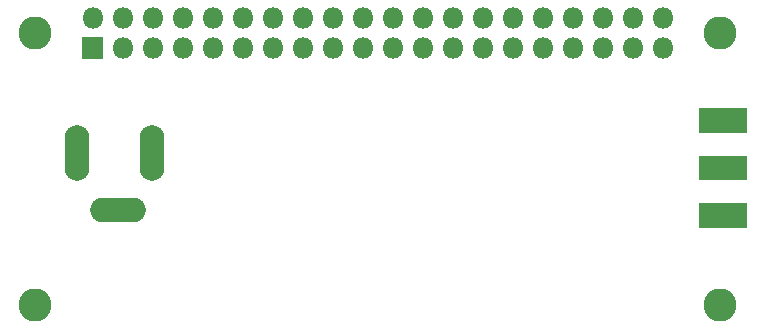
<source format=gts>
G04 #@! TF.GenerationSoftware,KiCad,Pcbnew,(5.1.10)-1*
G04 #@! TF.CreationDate,2021-09-06T14:57:21-05:00*
G04 #@! TF.ProjectId,RGBHat,52474248-6174-42e6-9b69-6361645f7063,1.0*
G04 #@! TF.SameCoordinates,Original*
G04 #@! TF.FileFunction,Soldermask,Top*
G04 #@! TF.FilePolarity,Negative*
%FSLAX46Y46*%
G04 Gerber Fmt 4.6, Leading zero omitted, Abs format (unit mm)*
G04 Created by KiCad (PCBNEW (5.1.10)-1) date 2021-09-06 14:57:21*
%MOMM*%
%LPD*%
G01*
G04 APERTURE LIST*
%ADD10O,4.702000X2.102000*%
%ADD11O,2.102000X4.702000*%
%ADD12O,1.802000X1.802000*%
%ADD13C,2.802000*%
G04 APERTURE END LIST*
D10*
X128022000Y-109528000D03*
D11*
X124622000Y-104728000D03*
X130922000Y-104728000D03*
G36*
G01*
X181262000Y-107049000D02*
X177262000Y-107049000D01*
G75*
G02*
X177211000Y-106998000I0J51000D01*
G01*
X177211000Y-104998000D01*
G75*
G02*
X177262000Y-104947000I51000J0D01*
G01*
X181262000Y-104947000D01*
G75*
G02*
X181313000Y-104998000I0J-51000D01*
G01*
X181313000Y-106998000D01*
G75*
G02*
X181262000Y-107049000I-51000J0D01*
G01*
G37*
G36*
G01*
X181262000Y-111049000D02*
X177262000Y-111049000D01*
G75*
G02*
X177211000Y-110998000I0J51000D01*
G01*
X177211000Y-108998000D01*
G75*
G02*
X177262000Y-108947000I51000J0D01*
G01*
X181262000Y-108947000D01*
G75*
G02*
X181313000Y-108998000I0J-51000D01*
G01*
X181313000Y-110998000D01*
G75*
G02*
X181262000Y-111049000I-51000J0D01*
G01*
G37*
G36*
G01*
X181262000Y-103049000D02*
X177262000Y-103049000D01*
G75*
G02*
X177211000Y-102998000I0J51000D01*
G01*
X177211000Y-100998000D01*
G75*
G02*
X177262000Y-100947000I51000J0D01*
G01*
X181262000Y-100947000D01*
G75*
G02*
X181313000Y-100998000I0J-51000D01*
G01*
X181313000Y-102998000D01*
G75*
G02*
X181262000Y-103049000I-51000J0D01*
G01*
G37*
G36*
G01*
X125052000Y-94937000D02*
X126752000Y-94937000D01*
G75*
G02*
X126803000Y-94988000I0J-51000D01*
G01*
X126803000Y-96688000D01*
G75*
G02*
X126752000Y-96739000I-51000J0D01*
G01*
X125052000Y-96739000D01*
G75*
G02*
X125001000Y-96688000I0J51000D01*
G01*
X125001000Y-94988000D01*
G75*
G02*
X125052000Y-94937000I51000J0D01*
G01*
G37*
D12*
X125902000Y-93298000D03*
X128442000Y-95838000D03*
X128442000Y-93298000D03*
X130982000Y-95838000D03*
X130982000Y-93298000D03*
X133522000Y-95838000D03*
X133522000Y-93298000D03*
X136062000Y-95838000D03*
X136062000Y-93298000D03*
X138602000Y-95838000D03*
X138602000Y-93298000D03*
X141142000Y-95838000D03*
X141142000Y-93298000D03*
X143682000Y-95838000D03*
X143682000Y-93298000D03*
X146222000Y-95838000D03*
X146222000Y-93298000D03*
X148762000Y-95838000D03*
X148762000Y-93298000D03*
X151302000Y-95838000D03*
X151302000Y-93298000D03*
X153842000Y-95838000D03*
X153842000Y-93298000D03*
X156382000Y-95838000D03*
X156382000Y-93298000D03*
X158922000Y-95838000D03*
X158922000Y-93298000D03*
X161462000Y-95838000D03*
X161462000Y-93298000D03*
X164002000Y-95838000D03*
X164002000Y-93298000D03*
X166542000Y-95838000D03*
X166542000Y-93298000D03*
X169082000Y-95838000D03*
X169082000Y-93298000D03*
X171622000Y-95838000D03*
X171622000Y-93298000D03*
X174162000Y-95838000D03*
X174162000Y-93298000D03*
D13*
X121032000Y-94568000D03*
X179032000Y-94568000D03*
X179032000Y-117568000D03*
X121032000Y-117568000D03*
M02*

</source>
